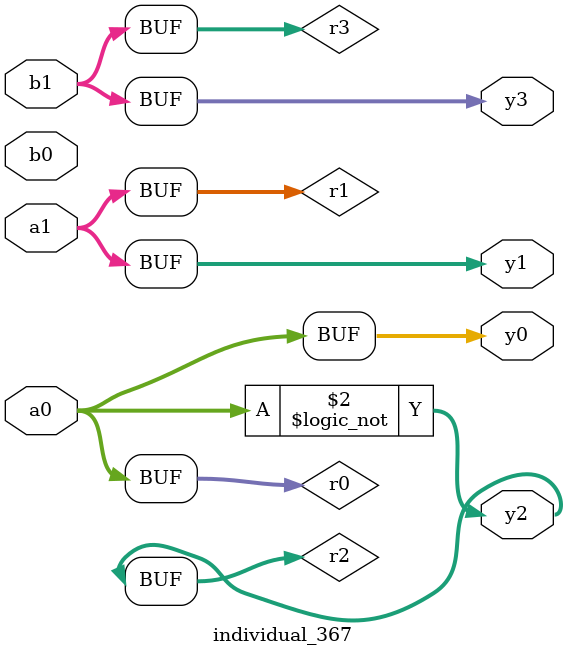
<source format=sv>
module individual_367(input logic [15:0] a1, input logic [15:0] a0, input logic [15:0] b1, input logic [15:0] b0, output logic [15:0] y3, output logic [15:0] y2, output logic [15:0] y1, output logic [15:0] y0);
logic [15:0] r0, r1, r2, r3; 
 always@(*) begin 
	 r0 = a0; r1 = a1; r2 = b0; r3 = b1; 
 	 r2 = ! a0 ;
 	 y3 = r3; y2 = r2; y1 = r1; y0 = r0; 
end
endmodule
</source>
